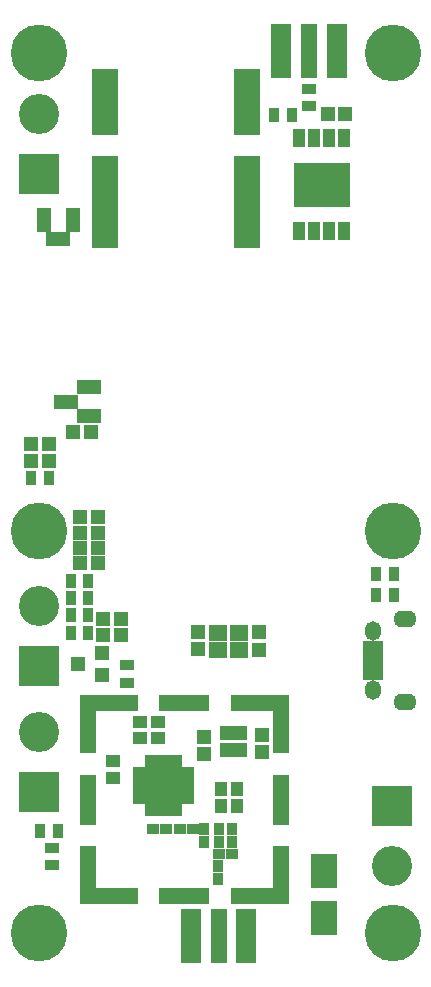
<source format=gts>
G04 #@! TF.FileFunction,Soldermask,Top*
%FSLAX46Y46*%
G04 Gerber Fmt 4.6, Leading zero omitted, Abs format (unit mm)*
G04 Created by KiCad (PCBNEW 4.0.7) date 03/10/18 18:51:25*
%MOMM*%
%LPD*%
G01*
G04 APERTURE LIST*
%ADD10C,0.100000*%
%ADD11R,1.200000X1.150000*%
%ADD12R,1.150000X1.200000*%
%ADD13R,1.670000X4.600000*%
%ADD14R,1.400000X4.600000*%
%ADD15R,1.300000X0.900000*%
%ADD16C,4.800000*%
%ADD17R,1.300000X1.200000*%
%ADD18R,0.900000X1.300000*%
%ADD19R,2.000000X1.200000*%
%ADD20R,1.200000X2.000000*%
%ADD21R,1.000000X1.500000*%
%ADD22R,4.700000X3.800000*%
%ADD23R,2.200000X1.200000*%
%ADD24R,1.550000X1.400000*%
%ADD25R,1.750000X0.800000*%
%ADD26O,1.350000X1.650000*%
%ADD27O,1.950000X1.400000*%
%ADD28R,3.400000X3.400000*%
%ADD29C,3.400000*%
%ADD30R,1.000000X1.200000*%
%ADD31R,1.200000X1.000000*%
%ADD32R,1.000000X0.900000*%
%ADD33R,0.900000X1.000000*%
%ADD34R,1.250000X0.700000*%
%ADD35R,0.700000X1.250000*%
%ADD36R,1.700000X1.700000*%
%ADD37R,1.200000X1.300000*%
%ADD38R,1.400000X1.400000*%
%ADD39R,3.950000X1.400000*%
%ADD40R,4.200000X1.400000*%
%ADD41R,1.400000X3.950000*%
%ADD42R,1.400000X4.200000*%
%ADD43R,2.200000X2.900000*%
G04 APERTURE END LIST*
D10*
D11*
X40850000Y-65650000D03*
X39350000Y-65650000D03*
X40850000Y-67100000D03*
X39350000Y-67100000D03*
X43525000Y-75750000D03*
X45025000Y-75750000D03*
X43525000Y-74450000D03*
X45025000Y-74450000D03*
X43525000Y-73150000D03*
X45025000Y-73150000D03*
X45450000Y-81810000D03*
X46950000Y-81810000D03*
X43525000Y-71850000D03*
X45025000Y-71850000D03*
X45450000Y-80490000D03*
X46950000Y-80490000D03*
X44450000Y-64650000D03*
X42950000Y-64650000D03*
D12*
X53500000Y-81520000D03*
X53500000Y-83020000D03*
D11*
X65975000Y-37725000D03*
X64475000Y-37725000D03*
D12*
X58630000Y-81580000D03*
X58630000Y-83080000D03*
D13*
X65225000Y-32350000D03*
X60525000Y-32350000D03*
D14*
X62875000Y-32350000D03*
D15*
X62875000Y-37050000D03*
X62875000Y-35550000D03*
D16*
X40000000Y-107000000D03*
X40000000Y-32500000D03*
X70000000Y-107000000D03*
X70000000Y-32500000D03*
D17*
X45340000Y-85210000D03*
X45340000Y-83310000D03*
X43340000Y-84260000D03*
D18*
X40850000Y-68550000D03*
X39350000Y-68550000D03*
D15*
X47480000Y-84370000D03*
X47480000Y-85870000D03*
D18*
X41630000Y-98390000D03*
X40130000Y-98390000D03*
X44200000Y-77210000D03*
X42700000Y-77210000D03*
X44200000Y-78680000D03*
X42700000Y-78680000D03*
X44200000Y-81630000D03*
X42700000Y-81630000D03*
D15*
X41120000Y-101320000D03*
X41120000Y-99820000D03*
D18*
X42700000Y-80150000D03*
X44200000Y-80150000D03*
X59950000Y-37750000D03*
X61450000Y-37750000D03*
D19*
X44300000Y-63250000D03*
X42350000Y-62050000D03*
X44300000Y-60850000D03*
X41660000Y-48320000D03*
D20*
X42900000Y-46700000D03*
X40450000Y-46700000D03*
D21*
X62045000Y-39725000D03*
X62045000Y-47625000D03*
X63315000Y-47625000D03*
X64585000Y-47625000D03*
X65855000Y-47625000D03*
X65855000Y-39725000D03*
X64585000Y-39725000D03*
X63315000Y-39725000D03*
D22*
X63950000Y-43675000D03*
D23*
X45650000Y-34450000D03*
X45650000Y-35550000D03*
X45650000Y-36650000D03*
X45650000Y-37750000D03*
X45650000Y-38850000D03*
X45650000Y-41850000D03*
X45650000Y-42950000D03*
X45650000Y-44050000D03*
X45650000Y-45150000D03*
X45650000Y-46250000D03*
X45650000Y-47350000D03*
X45650000Y-48450000D03*
X57650000Y-48450000D03*
X57650000Y-47350000D03*
X57650000Y-46250000D03*
X57650000Y-45150000D03*
X57650000Y-44050000D03*
X57650000Y-42950000D03*
X57650000Y-41850000D03*
X57650000Y-38850000D03*
X57650000Y-37750000D03*
X57650000Y-36650000D03*
X57650000Y-35550000D03*
X57650000Y-34450000D03*
D24*
X55185000Y-83050000D03*
X56935000Y-83050000D03*
X56935000Y-81650000D03*
X55185000Y-81650000D03*
D25*
X68350000Y-85280000D03*
X68350000Y-84630000D03*
X68350000Y-83980000D03*
X68350000Y-83330000D03*
X68350000Y-82680000D03*
D26*
X68350000Y-86480000D03*
X68350000Y-81480000D03*
D27*
X71050000Y-87480000D03*
X71050000Y-80480000D03*
D28*
X40030000Y-42810000D03*
D29*
X40030000Y-37730000D03*
D28*
X40040000Y-95120000D03*
D29*
X40040000Y-90040000D03*
D28*
X40020000Y-84430000D03*
D29*
X40020000Y-79350000D03*
D30*
X56810000Y-94850000D03*
X55410000Y-94850000D03*
D31*
X50090000Y-89140000D03*
X50090000Y-90540000D03*
D30*
X56810000Y-96300000D03*
X55410000Y-96300000D03*
D31*
X48610000Y-89150000D03*
X48610000Y-90550000D03*
X46270000Y-92490000D03*
X46270000Y-93890000D03*
D32*
X50800000Y-98260000D03*
X49700000Y-98260000D03*
D33*
X54020000Y-98250000D03*
X54020000Y-99350000D03*
X56340000Y-98240000D03*
X56340000Y-99340000D03*
D32*
X55250000Y-100370000D03*
X56350000Y-100370000D03*
D33*
X55220000Y-101350000D03*
X55220000Y-102450000D03*
D13*
X57590000Y-107320000D03*
X52890000Y-107320000D03*
D14*
X55240000Y-107320000D03*
D32*
X53030000Y-98250000D03*
X51930000Y-98250000D03*
D33*
X55250000Y-99350000D03*
X55250000Y-98250000D03*
D16*
X40000000Y-73000000D03*
X70000000Y-73000000D03*
D34*
X52520000Y-95800000D03*
X52520000Y-95300000D03*
X52520000Y-94800000D03*
X52520000Y-94300000D03*
X52520000Y-93800000D03*
X52520000Y-93300000D03*
D35*
X51820000Y-92600000D03*
X51320000Y-92600000D03*
X50820000Y-92600000D03*
X50320000Y-92600000D03*
X49820000Y-92600000D03*
X49320000Y-92600000D03*
D34*
X48620000Y-93300000D03*
X48620000Y-93800000D03*
X48620000Y-94300000D03*
X48620000Y-94800000D03*
X48620000Y-95300000D03*
X48620000Y-95800000D03*
D35*
X49320000Y-96500000D03*
X49820000Y-96500000D03*
X50320000Y-96500000D03*
X50820000Y-96500000D03*
X51320000Y-96500000D03*
X51820000Y-96500000D03*
D36*
X49920000Y-93900000D03*
X49920000Y-95200000D03*
X51220000Y-93900000D03*
X51220000Y-95200000D03*
D12*
X54030000Y-91910000D03*
X54030000Y-90410000D03*
X58870000Y-90240000D03*
X58870000Y-91740000D03*
D37*
X55970000Y-90115000D03*
X55970000Y-91515000D03*
X57070000Y-91515000D03*
X57070000Y-90115000D03*
D18*
X70080000Y-78450000D03*
X68580000Y-78450000D03*
X70060000Y-76640000D03*
X68560000Y-76640000D03*
D38*
X44180000Y-87590000D03*
X60480000Y-87590000D03*
X60480000Y-103890000D03*
X44180000Y-103890000D03*
D39*
X46455000Y-87590000D03*
X46455000Y-103890000D03*
D40*
X52330000Y-87590000D03*
X52330000Y-103890000D03*
D39*
X58205000Y-87590000D03*
X58205000Y-103890000D03*
D41*
X44180000Y-89865000D03*
X60480000Y-89865000D03*
D42*
X44180000Y-95740000D03*
X60480000Y-95740000D03*
D41*
X44180000Y-101615000D03*
X60480000Y-101615000D03*
D28*
X69960000Y-96280000D03*
D29*
X69960000Y-101360000D03*
D43*
X64120000Y-105760000D03*
X64120000Y-101760000D03*
M02*

</source>
